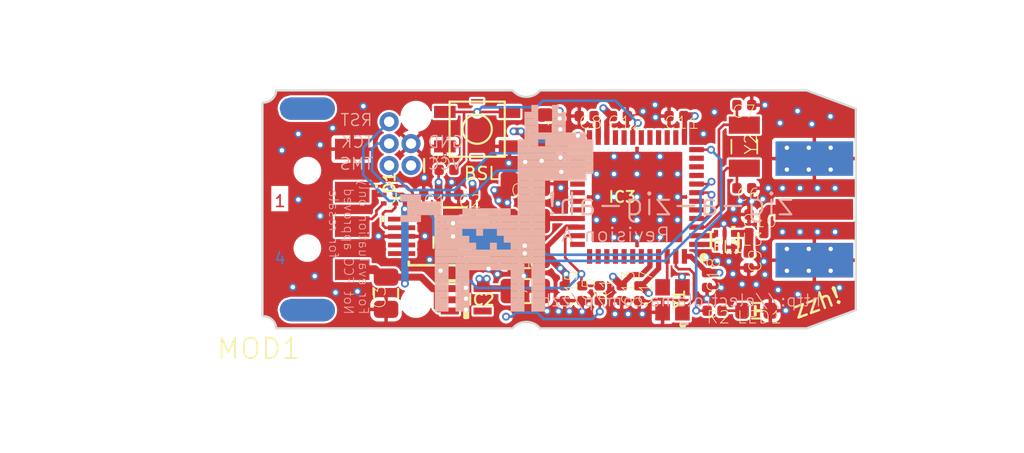
<source format=kicad_pcb>
(kicad_pcb (version 20211014) (generator pcbnew)
  (layers (0 "F.Cu" signal) (1 "In1.Cu" signal) (2 "In2.Cu" signal) (31 "B.Cu" signal) (34 "B.Paste" user) (35 "F.Paste" user) (36 "B.SilkS" user "B.Silkscreen") (37 "F.SilkS" user "F.Silkscreen") (38 "B.Mask" user) (39 "F.Mask" user) (44 "Edge.Cuts" user))
  (net 0 "")
  (net 1 "VUSB")
  (net 2 "RF_P")
  (net 3 "RF_N")
  (net 4 "X48M_P")
  (net 5 "X48M_N")
  (net 6 "X32K_Q2")
  (net 7 "X32K_Q1")
  (net 8 "RESET")
  (net 9 "DCDC_SW")
  (net 10 "VDDR")
  (net 11 "UNBAL")
  (net 12 "VDDS")
  (net 13 "GND")
  (net 14 "DCOUPL")
  (net 15 "VCC")
  (net 16 "TCK")
  (net 17 "TMS")
  (net 18 "PC_RX")
  (net 19 "PC_TX")
  (net 20 "BSL")
  (net 21 "LED")
  (net 22 "N$16")
  (net 23 "ANT")
  (net 24 "USB_D+")
  (net 25 "USB_D-")
  (net 26 "UD-")
  (net 27 "UD+")
  (footprint "boardEagle:_PKG_C_0402" (layer "F.Cu") (at 157.5139 110.887599)
    (fp_text reference "R2")
    (fp_text value "100")
  )
  (footprint "boardEagle:SOT65P212X110-5N" (layer "F.Cu") (at 143.1121 110.252599)
    (fp_text reference "IC2")
    (fp_text value "ME6211C33R5G")
  )
  (footprint "boardEagle:_PKG_SOT886_JEDEC-MO-252" (layer "F.Cu") (at 138.6671 104.156599 -90)
    (fp_text reference "D1")
    (fp_text value "PRTR5V0U2F,115")
  )
  (footprint "boardEagle:ZZH_MODULE" (layer "F.Cu") (at 131.3011 111.903599)
    (fp_text reference "MOD1")
    (fp_text value "")
    (fp_line (start 16.1 -13.8) (end 31.55 -13.8) (layer "Edge.Cuts") (width 0.127))
    (fp_line (start 34.4 -1.057) (end 34.4 -12.743) (layer "Edge.Cuts") (width 0.127))
    (fp_line (start 0 -13.1) (end 0 -0.7) (layer "Edge.Cuts") (width 0.127))
    (fp_line (start 16.1 0) (end 31.55 0) (layer "Edge.Cuts") (width 0.127))
    (fp_line (start 31.55 0) (end 34.4 -1.057) (layer "Edge.Cuts") (width 0.127))
    (fp_line (start 0.8 -13.8) (end 14.5 -13.8) (layer "Edge.Cuts") (width 0.127))
    (fp_line (start 31.55 -13.8) (end 34.4 -12.743) (layer "Edge.Cuts") (width 0.127))
    (fp_line (start 0.8 0) (end 14.5 0) (layer "Edge.Cuts") (width 0.127))
    (fp_arc (start 16.1 -13.8) (mid 15.300001 -13.426954) (end 14.500001 -13.799999) (layer "Edge.Cuts") (width 0.127))
    (fp_arc (start 0 -0.7) (mid 0.544974 -0.515685) (end 0.799999 0.000001) (layer "Edge.Cuts") (width 0.127))
    (fp_arc (start 0.8 -13.8) (mid 0.544974 -13.284314) (end -0.000001 -13.099999) (layer "Edge.Cuts") (width 0.127))
    (fp_arc (start 14.5 0) (mid 15.299999 -0.373046) (end 16.099999 -0.000001) (layer "Edge.Cuts") (width 0.127))
  )
  (footprint "boardEagle:_PKG_C_0805" (layer "F.Cu") (at 146.5411 109.744599)
    (fp_text reference "C4")
    (fp_text value "22u")
  )
  (footprint "boardEagle:DEBUG_CORTEX_5PIN" (layer "F.Cu") (at 139.2767 101.184799 90)
    (fp_text reference "CON3" hide)
    (fp_text value "DNP" hide)
  )
  (footprint "boardEagle:_PKG_C_0402" (layer "F.Cu") (at 150.8591 109.871599 -90)
    (fp_text reference "R1")
    (fp_text value "100K")
  )
  (footprint "boardEagle:_PKG_C_0402" (layer "F.Cu") (at 159.4951 107.966599 90)
    (fp_text reference "C9")
    (fp_text value "DNP")
  )
  (footprint "boardEagle:_PKG_C_0805" (layer "F.Cu") (at 146.5411 105.680599 180)
    (fp_text reference "L2")
    (fp_text value "MLZ2012N6R8LT000")
  )
  (footprint "boardEagle:_PKG_C_0402" (layer "F.Cu") (at 143.1121 104.156599)
    (fp_text reference "C2")
    (fp_text value "100n")
  )
  (footprint "boardEagle:_PKG_C_0402" (layer "F.Cu") (at 159.2411 98.949599 180)
    (fp_text reference "C7")
    (fp_text value "12p")
  )
  (footprint "boardEagle:LFB182G45BG5D920" (layer "F.Cu") (at 158.0981 106.798199)
    (fp_text reference "FL1")
    (fp_text value "BALUN_LFB182G45BG5D920")
  )
  (footprint "boardEagle:_PKG_C_0805" (layer "F.Cu") (at 138.4639 109.871599 -90)
    (fp_text reference "C3")
    (fp_text value "22u")
  )
  (footprint "boardEagle:_PKG_C_0402" (layer "F.Cu") (at 141.9691 102.708799)
    (fp_text reference "R3")
    (fp_text value "100K")
  )
  (footprint "boardEagle:_PKG_C_0805" (layer "F.Cu") (at 146.5411 103.521599)
    (fp_text reference "C16")
    (fp_text value "22u")
  )
  (footprint "boardEagle:_PKG_C_0402" (layer "F.Cu") (at 155.3041 99.584599 180)
    (fp_text reference "C11")
    (fp_text value "100n")
  )
  (footprint "boardEagle:QFN50P700X700X100-49N" (layer "F.Cu") (at 153.0181 104.283599 180)
    (fp_text reference "IC3")
    (fp_text value "CC2652R1FRGZ")
  )
  (footprint "boardEagle:_PKG_C_0402" (layer "F.Cu") (at 141.0801 104.156599)
    (fp_text reference "C1")
    (fp_text value "100n")
  )
  (footprint "boardEagle:_PKG_L_0603" (layer "F.Cu") (at 147.6841 100.346599 90)
    (fp_text reference "L1")
    (fp_text value "BLM18HE152SN1")
  )
  (footprint "boardEagle:K2-1177SW-D4DW-06" (layer "F.Cu") (at 143.7471 100.346599 180)
    (fp_text reference "SW1" hide)
    (fp_text value "K2-1177SW-D4DW-06" hide)
  )
  (footprint "boardEagle:XTAL-2P-3215" (layer "F.Cu") (at 159.2411 101.362599 90)
    (fp_text reference "Y2")
    (fp_text value "32.768KHz")
  )
  (footprint "boardEagle:_PKG_LED_0603" (layer "F.Cu") (at 159.9269 110.887599 180)
    (fp_text reference "LED1")
    (fp_text value "")
  )
  (footprint "boardEagle:_PKG_C_0402" (layer "F.Cu") (at 149.8431 109.871599 90)
    (fp_text reference "C5")
    (fp_text value "100n")
  )
  (footprint "boardEagle:_PKG_C_0402" (layer "F.Cu") (at 159.2411 103.775599 180)
    (fp_text reference "C6")
    (fp_text value "12p")
  )
  (footprint "boardEagle:_PKG_C_0402" (layer "F.Cu") (at 153.1451 109.871599 -90)
    (fp_text reference "C17")
    (fp_text value "100n")
  )
  (footprint "boardEagle:_PKG_C_0402" (layer "F.Cu") (at 150.0971 99.584599)
    (fp_text reference "C8")
    (fp_text value "1u")
  )
  (footprint "boardEagle:_PKG_L_0402" (layer "F.Cu") (at 159.9396 106.379099)
    (fp_text reference "L3")
    (fp_text value "0")
  )
  (footprint "boardEagle:_PKG_C_0805" (layer "F.Cu") (at 146.5411 107.712599 180)
    (fp_text reference "C14")
    (fp_text value "22u")
  )
  (footprint "boardEagle:_PKG_C_0402" (layer "F.Cu") (at 159.9396 105.299599)
    (fp_text reference "C10")
    (fp_text value "DNP")
  )
  (footprint "boardEagle:_PKG_C_0402" (layer "F.Cu") (at 148.8271 109.871599 -90)
    (fp_text reference "C15")
    (fp_text value "100n")
  )
  (footprint "boardEagle:_PKG_MSOP10_TI-DGS10" (layer "F.Cu") (at 141.4611 106.569599)
    (fp_text reference "IC1")
    (fp_text value "CH340E" hide)
  )
  (footprint "boardEagle:_PKG_C_0402" (layer "F.Cu") (at 152.0275 99.584599)
    (fp_text reference "C12")
    (fp_text value "100n")
  )
  (footprint "boardEagle:_PKG_C_0402" (layer "F.Cu") (at 157.0821 109.109599 -90)
    (fp_text reference "C18")
    (fp_text value "100n")
  )
  (footprint "boardEagle:XTAL-4P-2016" (layer "F.Cu") (at 155.0755 110.252599 90)
    (fp_text reference "Y1")
    (fp_text value "Q22FA12800150")
  )
  (footprint "boardEagle:_PKG_C_0402" (layer "F.Cu") (at 152.1291 109.871599 -90)
    (fp_text reference "C13")
    (fp_text value "100n")
  )
  (footprint "boardEagle:ELECTROLAMA" (layer "B.Cu") (at 144.471 106.379099 180)
    (fp_text reference "U$5" hide)
    (fp_text value "LOGO-ELECTROLAMA" hide)
  )
  (gr_line (start 155.9391 111.649599) (end 155.6216 111.649599) (layer "B.SilkS") (width 0.1524))
  (gr_line (start 137.9051 103.585099) (end 137.9051 103.712099) (layer "F.SilkS") (width 0.1524))
  (gr_line (start 138.2861 105.426599) (end 138.2861 105.680599) (layer "F.SilkS") (width 0.1524))
  (gr_text "1" (at 131.9361 104.918599) (layer "F.Cu") (effects (font (size 0.67056 0.67056) (thickness 0.09144)) (justify left bottom)))
  (gr_text "4" (at 131.9361 108.252349) (layer "B.Cu") (effects (font (size 0.67056 0.67056) (thickness 0.09144)) (justify left bottom)))
  (gr_text "VCC" (at 140.8261 102.759599) (layer "B.SilkS") (effects (font (size 0.6858 0.6858) (thickness 0.0762)) (justify right bottom mirror)))
  (gr_text "For evaluation only\nNot FCC approved\n        for resale" (at 135.1111 111.141599 -90) (layer "B.SilkS") (effects (font (size 0.537464 0.537464) (thickness 0.046736)) (justify left bottom mirror)))
  (gr_text "TMS" (at 137.7781 102.759599) (layer "B.SilkS") (effects (font (size 0.6858 0.6858) (thickness 0.0762)) (justify left bottom mirror)))
  (gr_text "http://electrolama.com/p/zzh" (at 163.7496 110.697099) (layer "B.SilkS") (effects (font (size 0.69342 0.69342) (thickness 0.06858)) (justify left bottom mirror)))
  (gr_text "RST" (at 137.7273 100.219599) (layer "B.SilkS") (effects (font (size 0.6858 0.6858) (thickness 0.0762)) (justify left bottom mirror)))
  (gr_text "Revision A" (at 154.9866 106.950599) (layer "B.SilkS") (effects (font (size 0.80899 0.80899) (thickness 0.08001)) (justify left bottom mirror)))
  (gr_text "zig-a-zig-ah!" (at 162.2256 105.451999) (layer "B.SilkS") (effects (font (size 1.27127 1.27127) (thickness 0.12573)) (justify left bottom mirror)))
  (gr_text "GND" (at 140.8261 101.489599) (layer "B.SilkS") (effects (font (size 0.6858 0.6858) (thickness 0.0762)) (justify right bottom mirror)))
  (gr_text "TCK" (at 137.7781 101.489599) (layer "B.SilkS") (effects (font (size 0.6858 0.6858) (thickness 0.0762)) (justify left bottom mirror)))
  (gr_text "BSL" (at 142.9089 103.343799) (layer "F.SilkS") (effects (font (size 0.729234 0.729234) (thickness 0.108966)) (justify left bottom)))
  (gr_text "zzh!" (at 162.2129 111.471799 20) (layer "F.SilkS") (effects (font (size 0.950214 0.950214) (thickness 0.141986)) (justify left bottom)))
  (segment (start 139.5561 108.936599) (end 138.4639 108.936599) (width 0.4064) (layer "F.Cu") (net 1))
  (segment (start 141.4761 110.902599) (end 141.3087 110.735199) (width 0.1524) (layer "F.Cu") (net 1))
  (segment (start 141.3087 110.735199) (end 141.3087 109.602599) (width 0.1524) (layer "F.Cu") (net 1))
  (segment (start 142.1621 110.902599) (end 141.4761 110.902599) (width 0.1524) (layer "F.Cu") (net 1))
  (segment (start 142.1621 109.602599) (end 141.3087 109.602599) (width 0.4064) (layer "F.Cu") (net 1))
  (segment (start 139.5561 109.312799) (end 139.5561 108.936599) (width 0.4318) (layer "F.Cu") (net 1))
  (segment (start 139.5561 104.283599) (end 139.5561 104.982099) (width 0.254) (layer "F.Cu") (net 1))
  (segment (start 136.5011 108.503599) (end 137.8071 108.503599) (width 0.508) (layer "F.Cu") (net 1))
  (segment (start 140.5007 108.936599) (end 139.5561 108.936599) (width 0.4064) (layer "F.Cu") (net 1))
  (segment (start 141.1667 109.602599) (end 140.5007 108.936599) (width 0.4064) (layer "F.Cu") (net 1))
  (segment (start 137.8071 108.503599) (end 138.2401 108.936599) (width 0.508) (layer "F.Cu") (net 1))
  (segment (start 141.3087 109.602599) (end 141.1667 109.602599) (width 0.4064) (layer "F.Cu") (net 1))
  (segment (start 139.0041 104.156599) (end 139.4291 104.156599) (width 0.254) (layer "F.Cu") (net 1))
  (segment (start 138.2401 108.936599) (end 138.4639 108.936599) (width 0.508) (layer "F.Cu") (net 1))
  (segment (start 139.4291 104.156599) (end 139.5561 104.283599) (width 0.254) (layer "F.Cu") (net 1))
  (via (at 139.5561 104.982099) (size 0.4572) (drill 0.254) (layers "F.Cu" "B.Cu") (net 1))
  (via (at 139.5561 109.312799) (size 0.4572) (drill 0.254) (layers "F.Cu" "B.Cu") (net 1))
  (segment (start 139.5561 104.982099) (end 139.5561 109.312799) (width 0.4318) (layer "B.Cu") (net 1))
  (segment (start 157.4335 107.033599) (end 157.5981 107.198199) (width 0.254) (layer "F.Cu") (net 2))
  (segment (start 156.4681 107.033599) (end 157.4335 107.033599) (width 0.3048) (layer "F.Cu") (net 2))
  (segment (start 157.4627 106.533599) (end 157.5981 106.398199) (width 0.254) (layer "F.Cu") (net 3))
  (segment (start 156.4681 106.533599) (end 157.4627 106.533599) (width 0.3048) (layer "F.Cu") (net 3))
  (segment (start 155.6505 110.977599) (end 155.6505 110.922199) (width 0.1524) (layer "F.Cu") (net 4))
  (segment (start 155.2681 108.311599) (end 155.4311 108.474599) (width 0.1524) (layer "F.Cu") (net 4))
  (segment (start 156.3201 108.728599) (end 156.3201 110.252599) (width 0.1524) (layer "F.Cu") (net 4))
  (segment (start 155.4311 108.474599) (end 156.0661 108.474599) (width 0.1524) (layer "F.Cu") (net 4))
  (segment (start 155.2681 107.733599) (end 155.2681 108.311599) (width 0.1524) (layer "F.Cu") (net 4))
  (segment (start 156.3201 110.252599) (end 155.6505 110.922199) (width 0.1524) (layer "F.Cu") (net 4))
  (segment (start 156.0661 108.474599) (end 156.3201 108.728599) (width 0.1524) (layer "F.Cu") (net 4))
  (segment (start 154.7681 109.259999) (end 154.5005 109.527599) (width 0.1524) (layer "F.Cu") (net 5))
  (segment (start 154.7681 107.733599) (end 154.7681 109.259999) (width 0.1524) (layer "F.Cu") (net 5))
  (segment (start 158.8111 100.043599) (end 158.8601 100.092599) (width 0.1524) (layer "F.Cu") (net 6))
  (segment (start 159.2211 100.092599) (end 159.2411 100.112599) (width 0.1524) (layer "F.Cu") (net 6))
  (segment (start 157.7679 104.740799) (end 157.7679 100.371999) (width 0.1524) (layer "F.Cu") (net 6))
  (segment (start 156.4681 105.533599) (end 156.9751 105.533599) (width 0.1524) (layer "F.Cu") (net 6))
  (segment (start 158.8111 98.949599) (end 158.8111 100.043599) (width 0.1524) (layer "F.Cu") (net 6))
  (segment (start 157.7679 100.371999) (end 158.0473 100.092599) (width 0.1524) (layer "F.Cu") (net 6))
  (segment (start 156.9751 105.533599) (end 157.7679 104.740799) (width 0.1524) (layer "F.Cu") (net 6))
  (segment (start 158.8601 100.092599) (end 159.2211 100.092599) (width 0.1524) (layer "F.Cu") (net 6))
  (segment (start 158.0473 100.092599) (end 158.8601 100.092599) (width 0.1524) (layer "F.Cu") (net 6))
  (segment (start 156.4681 106.033599) (end 156.9831 106.033599) (width 0.1524) (layer "F.Cu") (net 7))
  (segment (start 158.8111 103.775599) (end 158.8111 102.661599) (width 0.1524) (layer "F.Cu") (net 7))
  (segment (start 159.2411 102.612599) (end 158.8601 102.612599) (width 0.1524) (layer "F.Cu") (net 7))
  (segment (start 158.0473 104.969399) (end 156.9831 106.033599) (width 0.1524) (layer "F.Cu") (net 7))
  (segment (start 158.0473 102.810399) (end 158.0473 104.969399) (width 0.1524) (layer "F.Cu") (net 7))
  (segment (start 158.8601 102.612599) (end 158.2451 102.612599) (width 0.1524) (layer "F.Cu") (net 7))
  (segment (start 158.2451 102.612599) (end 158.0473 102.810399) (width 0.1524) (layer "F.Cu") (net 7))
  (segment (start 158.8111 102.661599) (end 158.8601 102.612599) (width 0.1524) (layer "F.Cu") (net 7))
  (segment (start 148.9901 106.533599) (end 148.8525 106.671199) (width 0.1524) (layer "F.Cu") (net 8))
  (segment (start 150.8591 109.441599) (end 149.8431 109.441599) (width 0.1524) (layer "F.Cu") (net 8))
  (segment (start 149.8431 109.441599) (end 149.7923 109.390799) (width 0.1524) (layer "F.Cu") (net 8))
  (segment (start 149.7923 108.753999) (end 148.8525 107.814199) (width 0.1524) (layer "F.Cu") (net 8))
  (segment (start 149.7923 108.753999) (end 149.7923 109.390799) (width 0.1524) (layer "F.Cu") (net 8))
  (segment (start 149.5681 106.533599) (end 148.9901 106.533599) (width 0.1524) (layer "F.Cu") (net 8))
  (segment (start 148.8525 106.671199) (end 148.8525 107.814199) (width 0.1524) (layer "F.Cu") (net 8))
  (via (at 149.7923 108.753999) (size 0.4572) (drill 0.254) (layers "F.Cu" "B.Cu") (net 8))
  (segment (start 140.2165 104.512199) (end 141.2071 105.502799) (width 0.1524) (layer "B.Cu") (net 8))
  (segment (start 138.6417 99.914799) (end 137.1431 101.413399) (width 0.1524) (layer "B.Cu") (net 8))
  (segment (start 137.1431 101.413399) (end 137.1431 103.013599) (width 0.1524) (layer "B.Cu") (net 8))
  (segment (start 148.9795 109.566799) (end 143.7471 109.566799) (width 0.1524) (layer "B.Cu") (net 8))
  (segment (start 141.2071 105.502799) (end 141.2071 107.026799) (width 0.1524) (layer "B.Cu") (net 8))
  (segment (start 149.7923 108.753999) (end 148.9795 109.566799) (width 0.1524) (layer "B.Cu") (net 8))
  (segment (start 137.1431 103.013599) (end 138.6417 104.512199) (width 0.1524) (layer "B.Cu") (net 8))
  (segment (start 141.2071 107.026799) (end 143.7471 109.566799) (width 0.1524) (layer "B.Cu") (net 8))
  (segment (start 138.6417 104.512199) (end 140.2165 104.512199) (width 0.1524) (layer "B.Cu") (net 8))
  (segment (start 147.6231 105.533599) (end 147.4761 105.680599) (width 0.3048) (layer "F.Cu") (net 9))
  (segment (start 149.5681 105.533599) (end 147.6231 105.533599) (width 0.3048) (layer "F.Cu") (net 9))
  (segment (start 145.6013 103.526399) (end 145.6521 103.475599) (width 0.1524) (layer "F.Cu") (net 10))
  (segment (start 157.7915 108.679599) (end 157.7933 108.677799) (width 0.3048) (layer "F.Cu") (net 10))
  (segment (start 145.6013 103.877199) (end 145.6013 103.526399) (width 0.1524) (layer "F.Cu") (net 10))
  (segment (start 144.9917 104.486799) (end 144.7377 103.883549) (width 0.4064) (layer "F.Cu") (net 10))
  (segment (start 145.6188 103.534299) (end 145.6061 103.521599) (width 0.3048) (layer "F.Cu") (net 10))
  (segment (start 153.27575 109.441599) (end 153.704825 109.870674) (width 0.4318) (layer "F.Cu") (net 10))
  (segment (start 153.2703 109.441599) (end 154.2681 108.443799) (width 0.3048) (layer "F.Cu") (net 10))
  (segment (start 145.4513 105.322599) (end 145.4513 104.966999) (width 0.4064) (layer "F.Cu") (net 10))
  (segment (start 145.4997 103.978799) (end 145.6013 103.877199) (width 0.4826) (layer "F.Cu") (net 10))
  (segment (start 144.9917 104.486799) (end 144.9814 104.497099) (width 0.4064) (layer "F.Cu") (net 10))
  (segment (start 145.4997 104.613799) (end 145.4997 103.978799) (width 0.4064) (layer "F.Cu") (net 10))
  (segment (start 145.6188 103.534299) (end 145.26955 103.883549) (width 0.4318) (layer "F.Cu") (net 10))
  (segment (start 155.7681 107.733599) (end 156.1361 107.733599) (width 0.3048) (layer "F.Cu") (net 10))
  (segment (start 156.1361 107.733599) (end 157.0821 108.679599) (width 0.3048) (layer "F.Cu") (net 10))
  (segment (start 144.9917 104.486799) (end 145.4997 103.978799) (width 0.4826) (layer "F.Cu") (net 10))
  (segment (start 145.6061 105.477399) (end 145.4513 105.322599) (width 0.3048) (layer "F.Cu") (net 10))
  (segment (start 157.0821 108.679599) (end 157.7915 108.679599) (width 0.4318) (layer "F.Cu") (net 10))
  (segment (start 153.1451 109.441599) (end 153.27575 109.441599) (width 0.3048) (layer "F.Cu") (net 10))
  (segment (start 145.4513 104.966999) (end 144.9814 104.497099) (width 0.4318) (layer "F.Cu") (net 10))
  (segment (start 154.2681 107.733599) (end 154.2681 108.443799) (width 0.3048) (layer "F.Cu") (net 10))
  (segment (start 145.6061 103.521599) (end 145.3013 103.826399) (width 0.3048) (layer "F.Cu") (net 10))
  (segment (start 145.26955 103.883549) (end 144.7377 103.883549) (width 0.4318) (layer "F.Cu") (net 10))
  (segment (start 153.1451 109.441599) (end 153.2703 109.441599) (width 0.3048) (layer "F.Cu") (net 10))
  (segment (start 145.6521 103.475599) (end 145.6061 103.521599) (width 0.3048) (layer "F.Cu") (net 10))
  (segment (start 145.4997 105.299599) (end 145.464 105.335299) (width 0.4064) (layer "F.Cu") (net 10))
  (segment (start 145.464 105.335299) (end 145.4513 105.322599) (width 0.4064) (layer "F.Cu") (net 10))
  (segment (start 145.6061 105.680599) (end 145.6061 105.477399) (width 0.3048) (layer "F.Cu") (net 10))
  (segment (start 145.4997 104.613799) (end 145.4997 105.299599) (width 0.4064) (layer "F.Cu") (net 10))
  (via (at 153.704825 109.870674) (size 0.4572) (drill 0.254) (layers "F.Cu" "B.Cu") (net 10))
  (via (at 145.4997 104.613799) (size 0.4572) (drill 0.254) (layers "F.Cu" "B.Cu") (net 10))
  (via (at 144.7377 103.883549) (size 0.4572) (drill 0.254) (layers "F.Cu" "B.Cu") (net 10))
  (via (at 157.7933 108.677799) (size 0.4572) (drill 0.254) (layers "F.Cu" "B.Cu") (net 10))
  (via (at 144.9917 104.486799) (size 0.4572) (drill 0.254) (layers "F.Cu" "B.Cu") (net 10))
  (segment (start 159.4951 106.393599) (end 159.4951 107.536599) (width 0.5334) (layer "F.Cu") (net 11))
  (segment (start 159.5096 106.379099) (end 159.4951 106.393599) (width 0.1524) (layer "F.Cu") (net 11))
  (segment (start 158.5981 106.398199) (end 158.6027 106.393599) (width 0.1524) (layer "F.Cu") (net 11))
  (segment (start 158.7043 106.393599) (end 159.4951 106.393599) (width 0.4064) (layer "F.Cu") (net 11))
  (segment (start 158.6027 106.393599) (end 158.7043 106.393599) (width 0.1524) (layer "F.Cu") (net 11))
  (segment (start 152.1291 109.441599) (end 151.6211 108.933599) (width 0.4318) (layer "F.Cu") (net 12))
  (segment (start 147.831 99.673499) (end 147.6841 99.526599) (width 0.1524) (layer "F.Cu") (net 12))
  (segment (start 151.2681 100.833599) (end 151.2681 99.913999) (width 0.3048) (layer "F.Cu") (net 12))
  (segment (start 148.5683 108.423799) (end 147.8571 107.712599) (width 0.4318) (layer "F.Cu") (net 12))
  (segment (start 155.7681 99.618599) (end 155.7341 99.584599) (width 0.3048) (layer "F.Cu") (net 12))
  (segment (start 147.4761 107.488799) (end 147.4761 107.712599) (width 0.254) (layer "F.Cu") (net 12))
  (segment (start 148.535 99.724299) (end 148.4842 99.673499) (width 0.3302) (layer "F.Cu") (net 12))
  (segment (start 148.535 99.292499) (end 148.4842 99.343299) (width 0.3302) (layer "F.Cu") (net 12))
  (segment (start 147.8674 99.343299) (end 147.6841 99.526599) (width 0.3048) (layer "F.Cu") (net 12))
  (segment (start 152.710012 108.790599) (end 152.1291 109.371512) (width 0.3048) (layer "F.Cu") (net 12))
  (segment (start 147.4761 107.712599) (end 147.8571 107.712599) (width 0.3048) (layer "F.Cu") (net 12))
  (segment (start 153.7681 108.308799) (end 153.2863 108.790599) (width 0.3048) (layer "F.Cu") (net 12))
  (segment (start 148.9033 108.753999) (end 148.9033 109.365399) (width 0.4318) (layer "F.Cu") (net 12))
  (segment (start 151.2681 99.913999) (end 151.5975 99.584599) (width 0.3048) (layer "F.Cu") (net 12))
  (segment (start 151.6211 108.933599) (end 151.6211 108.906399) (width 0.3048) (layer "F.Cu") (net 12))
  (segment (start 148.4842 99.673499) (end 147.831 99.673499) (width 0.3302) (layer "F.Cu") (net 12))
  (segment (start 148.9033 108.753999) (end 148.5731 108.423799) (width 0.4318) (layer "F.Cu") (net 12))
  (segment (start 148.9313 106.033599) (end 147.4761 107.488799) (width 0.3048) (layer "F.Cu") (net 12))
  (segment (start 151.5195 99.584599) (end 151.0623 99.127399) (width 0.4318) (layer "F.Cu") (net 12))
  (segment (start 155.7341 99.584599) (end 156.3709 99.584599) (width 0.4318) (layer "F.Cu") (net 12))
  (segment (start 152.1291 109.441599) (end 152.1291 109.371512) (width 0.3048) (layer "F.Cu") (net 12))
  (segment (start 153.2863 108.790599) (end 152.710012 108.790599) (width 0.3048) (layer "F.Cu") (net 12))
  (segment (start 153.7681 107.733599) (end 153.7681 108.308799) (width 0.3048) (layer "F.Cu") (net 12))
  (segment (start 148.9033 109.365399) (end 148.8271 109.441599) (width 0.3048) (layer "F.Cu") (net 12))
  (segment (start 155.7681 100.833599) (end 155.7681 99.618599) (width 0.3048) (layer "F.Cu") (net 12))
  (segment (start 151.5975 99.584599) (end 151.5195 99.584599) (width 0.3048) (layer "F.Cu") (net 12))
  (segment (start 148.5683 108.423799) (end 148.5731 108.423799) (width 0.254) (layer "F.Cu") (net 12))
  (segment (start 148.4842 99.343299) (end 147.8674 99.343299) (width 0.3302) (layer "F.Cu") (net 12))
  (segment (start 149.5681 106.033599) (end 148.9313 106.033599) (width 0.3048) (layer "F.Cu") (net 12))
  (via (at 148.9033 108.753999) (size 0.4572) (drill 0.254) (layers "F.Cu" "B.Cu") (net 12))
  (via (at 151.0623 99.127399) (size 0.4572) (drill 0.254) (layers "F.Cu" "B.Cu") (net 12))
  (via (at 148.5731 108.423799) (size 0.4572) (drill 0.254) (layers "F.Cu" "B.Cu") (net 12))
  (via (at 156.3709 99.584599) (size 0.4572) (drill 0.254) (layers "F.Cu" "B.Cu") (net 12))
  (via (at 148.535 99.724299) (size 0.4572) (drill 0.254) (layers "F.Cu" "B.Cu") (net 12))
  (via (at 151.6211 108.906399) (size 0.4572) (drill 0.254) (layers "F.Cu" "B.Cu") (net 12))
  (via (at 148.535 99.292499) (size 0.4572) (drill 0.254) (layers "F.Cu" "B.Cu") (net 12))
  (segment (start 138.3301 104.156599) (end 137.7781 104.156599) (width 0.254) (layer "F.Cu") (net 13))
  (segment (start 133.9011 99.154599) (end 133.9011 99.153599) (width 0.1524) (layer "F.Cu") (net 13))
  (via (at 156.8697 100.624899) (size 0.4572) (drill 0.254) (layers "F.Cu" "B.Cu") (net 13))
  (via (at 161.7084 101.424999) (size 0.4572) (drill 0.254) (layers "F.Cu" "B.Cu") (net 13))
  (via (at 146.5065 107.114599) (size 0.4572) (drill 0.254) (layers "F.Cu" "B.Cu") (net 13))
  (via (at 143.1029 110.822999) (size 0.4572) (drill 0.254) (layers "F.Cu" "B.Cu") (net 13))
  (via (at 145.5794 102.313999) (size 0.4572) (drill 0.254) (layers "F.Cu" "B.Cu") (net 13))
  (via (at 164.2484 107.298749) (size 0.4572) (drill 0.254) (layers "F.Cu" "B.Cu") (net 13))
  (via (at 147.4844 102.186999) (size 0.4572) (drill 0.254) (layers "F.Cu" "B.Cu") (net 13))
  (via (at 146.5065 107.559099) (size 0.4572) (drill 0.254) (layers "F.Cu" "B.Cu") (net 13))
  (via (at 154.0884 99.659699) (size 0.4572) (drill 0.254) (layers "F.Cu" "B.Cu") (net 13))
  (via (at 161.6449 110.873799) (size 0.4572) (drill 0.254) (layers "F.Cu" "B.Cu") (net 13))
  (via (at 151.6846 105.617099) (size 0.4572) (drill 0.254) (layers "F.Cu" "B.Cu") (net 13))
  (via (at 150.6686 102.950099) (size 0.4572) (drill 0.254) (layers "F.Cu" "B.Cu") (net 13))
  (via (at 150.7321 104.283599) (size 0.4572) (drill 0.254) (layers "F.Cu" "B.Cu") (net 13))
  (via (at 164.5024 106.314499) (size 0.4572) (drill 0.254) (layers "F.Cu" "B.Cu") (net 13))
  (via (at 158.6604 105.603299) (size 0.4572) (drill 0.254) (layers "F.Cu" "B.Cu") (net 13))
  (via (at 134.6447 105.387399) (size 0.4572) (drill 0.254) (layers "F.Cu" "B.Cu") (net 13))
  (via (at 154.3516 106.633099) (size 0.4572) (drill 0.254) (layers "F.Cu" "B.Cu") (net 13))
  (via (at 163.4864 109.552999) (size 0.4572) (drill 0.254) (layers "F.Cu" "B.Cu") (net 13))
  (via (at 151.7389 111.076999) (size 0.4572) (drill 0.254) (layers "F.Cu" "B.Cu") (net 13))
  (via (at 157.0475 107.787699) (size 0.4572) (drill 0.254) (layers "F.Cu" "B.Cu") (net 13))
  (via (at 153.3264 111.076999) (size 0.4572) (drill 0.254) (layers "F.Cu" "B.Cu") (net 13))
  (via (at 162.9784 101.424999) (size 0.4572) (drill 0.254) (layers "F.Cu" "B.Cu") (net 13))
  (via (at 159.1176 109.349799) (size 0.4572) (drill 0.254) (layers "F.Cu" "B.Cu") (net 13))
  (via (at 151.6846 102.950099) (size 0.4572) (drill 0.254) (layers "F.Cu" "B.Cu") (net 13))
  (via (at 138.0229 106.555799) (size 0.4572) (drill 0.254) (layers "F.Cu" "B.Cu") (net 13))
  (via (at 161.7084 102.694999) (size 0.4572) (drill 0.254) (layers "F.Cu" "B.Cu") (net 13))
  (via (at 140.9947 107.927399) (size 0.4572) (drill 0.254) (layers "F.Cu" "B.Cu") (net 13))
  (via (at 135.3686 100.281999) (size 0.4572) (drill 0.254) (layers "F.Cu" "B.Cu") (net 13))
  (via (at 154.3516 102.950099) (size 0.4572) (drill 0.254) (layers "F.Cu" "B.Cu") (net 13))
  (via (at 149.8339 110.937299) (size 0.4572) (drill 0.254) (layers "F.Cu" "B.Cu") (net 13))
  (via (at 162.9784 102.694999) (size 0.4572) (drill 0.254) (layers "F.Cu" "B.Cu") (net 13))
  (via (at 148.4623 110.924599) (size 0.4572) (drill 0.254) (layers "F.Cu" "B.Cu") (net 13))
  (via (at 157.0729 110.187999) (size 0.4572) (drill 0.254) (layers "F.Cu" "B.Cu") (net 13))
  (via (at 164.2357 99.608899) (size 0.4572) (drill 0.254) (layers "F.Cu" "B.Cu") (net 13))
  (via (at 147.8019 110.911899) (size 0.4572) (drill 0.254) (layers "F.Cu" "B.Cu") (net 13))
  (via (at 148.5639 100.358199) (size 0.4572) (drill 0.254) (layers "F.Cu" "B.Cu") (net 13))
  (via (at 154.3516 105.617099) (size 0.4572) (drill 0.254) (layers "F.Cu" "B.Cu") (net 13))
  (via (at 152.5009 111.076999) (size 0.4572) (drill 0.254) (layers "F.Cu" "B.Cu") (net 13))
  (via (at 141.6297 108.562399) (size 0.4572) (drill 0.254) (layers "F.Cu" "B.Cu") (net 13))
  (via (at 163.4864 106.314499) (size 0.4572) (drill 0.254) (layers "F.Cu" "B.Cu") (net 13))
  (via (at 162.3307 99.291399) (size 0.4572) (drill 0.254) (layers "F.Cu" "B.Cu") (net 13))
  (via (at 161.7084 108.568749) (size 0.4572) (drill 0.254) (layers "F.Cu" "B.Cu") (net 13))
  (via (at 153.3645 99.316799) (size 0.4572) (drill 0.254) (layers "F.Cu" "B.Cu") (net 13))
  (via (at 135.5337 109.832399) (size 0.4572) (drill 0.254) (layers "F.Cu" "B.Cu") (net 13))
  (via (at 160.4384 98.948499) (size 0.4572) (drill 0.254) (layers "F.Cu" "B.Cu") (net 13))
  (via (at 161.7084 107.298749) (size 0.4572) (drill 0.254) (layers "F.Cu" "B.Cu") (net 13))
  (via (at 164.2484 108.568749) (size 0.4572) (drill 0.254) (layers "F.Cu" "B.Cu") (net 13))
  (via (at 164.5024 103.774499) (size 0.4572) (drill 0.254) (layers "F.Cu" "B.Cu") (net 13))
  (via (at 144.411 108.448099) (size 0.4572) (drill 0.254) (layers "F.Cu" "B.Cu") (net 13))
  (via (at 164.7564 109.552999) (size 0.4572) (drill 0.254) (layers "F.Cu" "B.Cu") (net 13))
  (via (at 148.4369 104.663499) (size 0.4572) (drill 0.254) (layers "F.Cu" "B.Cu") (net 13))
  (via (at 158.0508 105.831899) (size 0.4572) (drill 0.254) (layers "F.Cu" "B.Cu") (net 13))
  (via (at 158.5969 104.968299) (size 0.4572) (drill 0.254) (layers "F.Cu" "B.Cu") (net 13))
  (via (at 148.602 103.749099) (size 0.4572) (drill 0.254) (layers "F.Cu" "B.Cu") (net 13))
  (via (at 155.3676 102.950099) (size 0.4572) (drill 0.254) (layers "F.Cu" "B.Cu") (net 13))
  (via (at 136.8037 109.768899) (size 0.4572) (drill 0.254) (layers "F.Cu" "B.Cu") (net 13))
  (via (at 144.919 108.765599) (size 0.4572) (drill 0.254) (layers "F.Cu" "B.Cu") (net 13))
  (via (at 157.8984 109.552999) (size 0.4572) (drill 0.254) (layers "F.Cu" "B.Cu") (net 13))
  (via (at 162.9784 107.298749) (size 0.4572) (drill 0.254) (layers "F.Cu" "B.Cu") (net 13))
  (via (at 160.6289 103.774499) (size 0.4572) (drill 0.254) (layers "F.Cu" "B.Cu") (net 13))
  (via (at 142.2647 103.418899) (size 0.4572) (drill 0.254) (layers "F.Cu" "B.Cu") (net 13))
  (via (at 161.2004 109.679999) (size 0.4572) (drill 0.254) (layers "F.Cu" "B.Cu") (net 13))
  (via (at 154.3516 101.934099) (size 0.4572) (drill 0.254) (layers "F.Cu" "B.Cu") (net 13))
  (via (at 146.5319 102.250499) (size 0.4572) (drill 0.254) (layers "F.Cu" "B.Cu") (net 13))
  (via (at 140.7153 106.555799) (size 0.4572) (drill 0.254) (layers "F.Cu" "B.Cu") (net 13))
  (via (at 160.3114 104.409499) (size 0.4572) (drill 0.254) (layers "F.Cu" "B.Cu") (net 13))
  (via (at 159.9304 109.362499) (size 0.4572) (drill 0.254) (layers "F.Cu" "B.Cu") (net 13))
  (via (at 161.4544 106.314499) (size 0.4572) (drill 0.254) (layers "F.Cu" "B.Cu") (net 13))
  (via (at 132.4222 101.577399) (size 0.4572) (drill 0.254) (layers "F.Cu" "B.Cu") (net 13))
  (via (at 160.4384 108.790999) (size 0.4572) (drill 0.254) (layers "F.Cu" "B.Cu") (net 13))
  (via (at 159.6764 104.536499) (size 0.4572) (drill 0.254) (layers "F.Cu" "B.Cu") (net 13))
  (via (at 163.4864 103.774499) (size 0.4572) (drill 0.254) (layers "F.Cu" "B.Cu") (net 13))
  (via (at 133.3747 100.624899) (size 0.4572) (drill 0.254) (layers "F.Cu" "B.Cu") (net 13))
  (via (at 157.6825 107.978199) (size 0.4572) (drill 0.254) (layers "F.Cu" "B.Cu") (net 13))
  (via (at 158.3429 108.028999) (size 0.4572) (drill 0.254) (layers "F.Cu" "B.Cu") (net 13))
  (via (at 134.3272 108.879899) (size 0.4572) (drill 0.254) (layers "F.Cu" "B.Cu") (net 13))
  (via (at 155.3676 105.617099) (size 0.4572) (drill 0.254) (layers "F.Cu" "B.Cu") (net 13))
  (via (at 133.0572 109.514899) (size 0.4572) (drill 0.254) (layers "F.Cu" "B.Cu") (net 13))
  (via (at 134.6447 101.259899) (size 0.4572) (drill 0.254) (layers "F.Cu" "B.Cu") (net 13))
  (via (at 151.6846 101.934099) (size 0.4572) (drill 0.254) (layers "F.Cu" "B.Cu") (net 13))
  (via (at 153.0181 104.283599) (size 0.4572) (drill 0.254) (layers "F.Cu" "B.Cu") (net 13))
  (via (at 153.0181 102.950099) (size 0.4572) (drill 0.254) (layers "F.Cu" "B.Cu") (net 13))
  (via (at 164.2484 101.424999) (size 0.4572) (drill 0.254) (layers "F.Cu" "B.Cu") (net 13))
  (via (at 151.6846 106.633099) (size 0.4572) (drill 0.254) (layers "F.Cu" "B.Cu") (net 13))
  (via (at 133.3747 104.434899) (size 0.4572) (drill 0.254) (layers "F.Cu" "B.Cu") (net 13))
  (via (at 161.3147 99.989899) (size 0.4572) (drill 0.254) (layers "F.Cu" "B.Cu") (net 13))
  (via (at 151.6846 104.283599) (size 0.4572) (drill 0.254) (layers "F.Cu" "B.Cu") (net 13))
  (via (at 164.2484 102.694999) (size 0.4572) (drill 0.254) (layers "F.Cu" "B.Cu") (net 13))
  (via (at 149.0973 110.924599) (size 0.4572) (drill 0.254) (layers "F.Cu" "B.Cu") (net 13))
  (via (at 155.6251 108.917999) (size 0.4572) (drill 0.254) (layers "F.Cu" "B.Cu") (net 13))
  (via (at 137.1466 99.011999) (size 0.4572) (drill 0.254) (layers "F.Cu" "B.Cu") (net 13))
  (via (at 153.0181 101.934099) (size 0.4572) (drill 0.254) (layers "F.Cu" "B.Cu") (net 13))
  (via (at 148.6274 102.821999) (size 0.4572) (drill 0.254) (layers "F.Cu" "B.Cu") (net 13))
  (via (at 140.6772 103.164899) (size 0.4572) (drill 0.254) (layers "F.Cu" "B.Cu") (net 13))
  (via (at 159.0033 104.511099) (size 0.4572) (drill 0.254) (layers "F.Cu" "B.Cu") (net 13))
  (via (at 155.3676 104.283599) (size 0.4572) (drill 0.254) (layers "F.Cu" "B.Cu") (net 13))
  (via (at 143.1029 109.552999) (size 0.4572) (drill 0.254) (layers "F.Cu" "B.Cu") (net 13))
  (via (at 162.9784 108.568749) (size 0.4572) (drill 0.254) (layers "F.Cu" "B.Cu") (net 13))
  (via (at 161.4544 103.774499) (size 0.4572) (drill 0.254) (layers "F.Cu" "B.Cu") (net 13))
  (via (at 143.1029 110.187999) (size 0.4572) (drill 0.254) (layers "F.Cu" "B.Cu") (net 13))
  (via (at 162.3434 109.933999) (size 0.4572) (drill 0.254) (layers "F.Cu" "B.Cu") (net 13))
  (via (at 150.6686 105.617099) (size 0.4572) (drill 0.254) (layers "F.Cu" "B.Cu") (net 13))
  (via (at 153.0181 105.617099) (size 0.4572) (drill 0.254) (layers "F.Cu" "B.Cu") (net 13))
  (via (at 160.3749 107.266999) (size 0.4572) (drill 0.254) (layers "F.Cu" "B.Cu") (net 13))
  (via (at 154.063 98.935799) (size 0.4572) (drill 0.254) (layers "F.Cu" "B.Cu") (net 13))
  (via (at 162.4704 103.774499) (size 0.4572) (drill 0.254) (layers "F.Cu" "B.Cu") (net 13))
  (via (at 154.3516 104.283599) (size 0.4572) (drill 0.254) (layers "F.Cu" "B.Cu") (net 13))
  (via (at 158.5842 108.752899) (size 0.4572) (drill 0.254) (layers "F.Cu" "B.Cu") (net 13))
  (via (at 157.5047 99.354899) (size 0.4572) (drill 0.254) (layers "F.Cu" "B.Cu") (net 13))
  (via (at 160.3749 108.028999) (size 0.4572) (drill 0.254) (layers "F.Cu" "B.Cu") (net 13))
  (via (at 146.4557 108.867199) (size 0.4572) (drill 0.254) (layers "F.Cu" "B.Cu") (net 13))
  (via (at 153.0181 106.633099) (size 0.4572) (drill 0.254) (layers "F.Cu" "B.Cu") (net 13))
  (via (at 162.4704 106.314499) (size 0.4572) (drill 0.254) (layers "F.Cu" "B.Cu") (net 13))
  (via (at 163.1562 100.053399) (size 0.4572) (drill 0.254) (layers "F.Cu" "B.Cu") (net 13))
  (segment (start 150.7681 100.833599) (end 150.7681 99.825599) (width 0.3048) (layer "F.Cu") (net 14))
  (segment (start 150.7681 99.825599) (end 150.5271 99.584599) (width 0.3048) (layer "F.Cu") (net 14))
  (segment (start 146.2871 100.473599) (end 146.2871 100.480799) (width 0.3048) (layer "F.Cu") (net 15))
  (segment (start 143.4913 103.519799) (end 143.4913 104.105799) (width 0.4318) (layer "F.Cu") (net 15))
  (segment (start 150.8591 110.301599) (end 150.8591 110.938399) (width 0.1524) (layer "F.Cu") (net 15))
  (segment (start 143.9249 109.084199) (end 143.9249 109.510999) (width 0.381) (layer "F.Cu") (net 15))
  (segment (start 141.5101 104.156599) (end 141.5101 103.424599) (width 0.4318) (layer "F.Cu") (net 15))
  (segment (start 145.4641 109.602599) (end 145.6061 109.744599) (width 0.381) (layer "F.Cu") (net 15))
  (segment (start 141.5119 103.422799) (end 141.5119 102.735999) (width 0.1524) (layer "F.Cu") (net 15))
  (segment (start 147.6841 101.166599) (end 146.9729 101.166599) (width 0.4318) (layer "F.Cu") (net 15))
  (segment (start 144.0621 109.602599) (end 144.2805 109.602599) (width 0.381) (layer "F.Cu") (net 15))
  (segment (start 144.0619 109.602399) (end 144.0621 109.602599) (width 0.381) (layer "F.Cu") (net 15))
  (segment (start 143.5421 105.555099) (end 143.5566 105.569599) (width 0.254) (layer "F.Cu") (net 15))
  (segment (start 143.4913 103.519799) (end 143.468231 103.496731) (width 0.4318) (layer "F.Cu") (net 15))
  (segment (start 145.8553 100.473599) (end 146.2871 100.473599) (width 0.4318) (layer "F.Cu") (net 15))
  (segment (start 143.5421 104.156599) (end 143.4913 104.105799) (width 0.4318) (layer "F.Cu") (net 15))
  (segment (start 141.7071 107.069599) (end 143.5566 107.069599) (width 0.254) (layer "F.Cu") (net 15))
  (segment (start 144.0621 109.602599) (end 145.4641 109.602599) (width 0.381) (layer "F.Cu") (net 15))
  (segment (start 141.5101 103.424599) (end 141.5119 103.422799) (width 0.1524) (layer "F.Cu") (net 15))
  (segment (start 143.5421 104.156599) (end 143.5421 105.555099) (width 0.254) (layer "F.Cu") (net 15))
  (segment (start 141.5101 104.156599) (end 141.5101 106.872599) (width 0.254) (layer "F.Cu") (net 15))
  (segment (start 144.2805 109.058799) (end 144.3059 109.033399) (width 0.381) (layer "F.Cu") (net 15))
  (segment (start 145.8553 110.252599) (end 145.6061 110.003399) (width 0.381) (layer "F.Cu") (net 15))
  (segment (start 143.9249 109.510999) (end 143.8335 109.602399) (width 0.381) (layer "F.Cu") (net 15))
  (segment (start 144.0619 109.602399) (end 143.8335 109.602399) (width 0.381) (layer "F.Cu") (net 15))
  (segment (start 143.8741 109.033399) (end 143.9249 109.084199) (width 0.381) (layer "F.Cu") (net 15))
  (segment (start 144.2805 109.058799) (end 144.2805 109.602599) (width 0.381) (layer "F.Cu") (net 15))
  (segment (start 141.5101 106.872599) (end 141.7071 107.069599) (width 0.254) (layer "F.Cu") (net 15))
  (segment (start 145.6061 109.744599) (end 145.6061 110.003399) (width 0.381) (layer "F.Cu") (net 15))
  (segment (start 141.5119 102.735999) (end 141.5391 102.708799) (width 0.1524) (layer "F.Cu") (net 15))
  (segment (start 146.9729 101.166599) (end 146.2871 100.480799) (width 0.4318) (layer "F.Cu") (net 15))
  (via (at 145.4235 111.230499) (size 0.4572) (drill 0.254) (layers "F.Cu" "B.Cu") (net 15))
  (via (at 143.8741 109.033399) (size 0.4572) (drill 0.254) (layers "F.Cu" "B.Cu") (net 15))
  (via (at 150.8591 110.938399) (size 0.4572) (drill 0.254) (layers "F.Cu" "B.Cu") (net 15))
  (via (at 141.5119 103.422799) (size 0.4572) (drill 0.254) (layers "F.Cu" "B.Cu") (net 15))
  (via (at 144.3059 109.033399) (size 0.4572) (drill 0.254) (layers "F.Cu" "B.Cu") (net 15))
  (via (at 146.2871 100.473599) (size 0.4572) (drill 0.254) (layers "F.Cu" "B.Cu") (net 15))
  (via (at 143.468231 103.496731) (size 0.4572) (drill 0.254) (layers "F.Cu" "B.Cu") (net 15))
  (via (at 145.8553 100.473599) (size 0.4572) (drill 0.254) (layers "F.Cu" "B.Cu") (net 15))
  (segment (start 147.598853 111.369099) (end 147.59854 111.368837) (width 0.1524) (layer "B.Cu") (net 15))
  (segment (start 150.4284 111.369099) (end 147.598853 111.369099) (width 0.1524) (layer "B.Cu") (net 15))
  (segment (start 145.9988 110.989199) (end 145.7575 111.230499) (width 0.1524) (layer "B.Cu") (net 15))
  (segment (start 147.218903 110.989199) (end 145.9988 110.989199) (width 0.1524) (layer "B.Cu") (net 15))
  (segment (start 145.7575 111.230499) (end 145.4235 111.230499) (width 0.1524) (layer "B.Cu") (net 15))
  (segment (start 147.59854 111.368837) (end 147.218903 110.989199) (width 0.1524) (layer "B.Cu") (net 15))
  (segment (start 150.8591 110.938399) (end 150.4284 111.369099) (width 0.1524) (layer "B.Cu") (net 15))
  (segment (start 149.0371 101.533599) (end 148.5731 101.997599) (width 0.1524) (layer "F.Cu") (net 16))
  (segment (start 149.5681 101.533599) (end 149.0371 101.533599) (width 0.1524) (layer "F.Cu") (net 16))
  (via (at 148.5731 101.997599) (size 0.4572) (drill 0.254) (layers "F.Cu" "B.Cu") (net 16))
  (segment (start 137.9559 101.184799) (end 137.6511 101.489599) (width 0.1524) (layer "B.Cu") (net 16))
  (segment (start 138.6417 101.184799) (end 137.9559 101.184799) (width 0.1524) (layer "B.Cu") (net 16))
  (segment (start 137.6511 102.759599) (end 139.0735 104.181999) (width 0.1524) (layer "B.Cu") (net 16))
  (segment (start 147.8111 102.759599) (end 144.8901 102.759599) (width 0.1524) (layer "B.Cu") (net 16))
  (segment (start 147.8111 102.759599) (end 148.5731 101.997599) (width 0.1524) (layer "B.Cu") (net 16))
  (segment (start 143.4677 104.181999) (end 144.8901 102.759599) (width 0.1524) (layer "B.Cu") (net 16))
  (segment (start 139.0735 104.181999) (end 143.4677 104.181999) (width 0.1524) (layer "B.Cu") (net 16))
  (segment (start 137.6511 101.489599) (end 137.6511 102.759599) (width 0.1524) (layer "B.Cu") (net 16))
  (segment (start 149.5891 100.727599) (end 150.1621 100.727599) (width 0.1524) (layer "F.Cu") (net 17))
  (segment (start 150.1621 100.727599) (end 150.2681 100.833599) (width 0.1524) (layer "F.Cu") (net 17))
  (via (at 149.5891 100.727599) (size 0.4572) (drill 0.254) (layers "F.Cu" "B.Cu") (net 17))
  (segment (start 148.0651 101.743599) (end 149.0811 100.727599) (width 0.1524) (layer "B.Cu") (net 17))
  (segment (start 144.5726 101.743599) (end 148.0651 101.743599) (width 0.1524) (layer "B.Cu") (net 17))
  (segment (start 142.439 103.877199) (end 144.5726 101.743599) (width 0.1524) (layer "B.Cu") (net 17))
  (segment (start 138.6417 102.734199) (end 138.6417 102.454799) (width 0.1524) (layer "B.Cu") (net 17))
  (segment (start 139.7847 103.877199) (end 138.6417 102.734199) (width 0.1524) (layer "B.Cu") (net 17))
  (segment (start 149.0811 100.727599) (end 149.5891 100.727599) (width 0.1524) (layer "B.Cu") (net 17))
  (segment (start 142.439 103.877199) (end 139.7847 103.877199) (width 0.1524) (layer "B.Cu") (net 17))
  (segment (start 157.1971 103.533599) (end 157.3361 103.394599) (width 0.1524) (layer "F.Cu") (net 18))
  (segment (start 156.4681 103.533599) (end 157.1971 103.533599) (width 0.1524) (layer "F.Cu") (net 18))
  (segment (start 142.6121 106.069599) (end 142.3501 105.807599) (width 0.254) (layer "F.Cu") (net 18))
  (segment (start 143.5566 106.069599) (end 142.6121 106.069599) (width 0.254) (layer "F.Cu") (net 18))
  (via (at 157.3361 103.394599) (size 0.4572) (drill 0.254) (layers "F.Cu" "B.Cu") (net 18))
  (via (at 142.3501 105.807599) (size 0.4572) (drill 0.254) (layers "F.Cu" "B.Cu") (net 18))
  (segment (start 147.7984 107.636399) (end 145.7156 105.553599) (width 0.1524) (layer "B.Cu") (net 18))
  (segment (start 147.7984 107.636399) (end 154.3643 107.636399) (width 0.1524) (layer "B.Cu") (net 18))
  (segment (start 156.7011 105.299599) (end 154.3643 107.636399) (width 0.1524) (layer "B.Cu") (net 18))
  (segment (start 142.3501 105.807599) (end 142.6041 105.553599) (width 0.1524) (layer "B.Cu") (net 18))
  (segment (start 157.3361 103.394599) (end 156.7011 104.029599) (width 0.1524) (layer "B.Cu") (net 18))
  (segment (start 145.7156 105.553599) (end 142.6041 105.553599) (width 0.1524) (layer "B.Cu") (net 18))
  (segment (start 156.7011 104.029599) (end 156.7011 105.299599) (width 0.1524) (layer "B.Cu") (net 18))
  (segment (start 143.5566 106.569599) (end 142.3501 106.569599) (width 0.254) (layer "F.Cu") (net 19))
  (segment (start 157.2131 104.033599) (end 157.3361 104.156599) (width 0.1524) (layer "F.Cu") (net 19))
  (segment (start 156.4681 104.033599) (end 157.2131 104.033599) (width 0.1524) (layer "F.Cu") (net 19))
  (via (at 157.3361 104.156599) (size 0.4572) (drill 0.254) (layers "F.Cu" "B.Cu") (net 19))
  (via (at 142.3501 106.569599) (size 0.4572) (drill 0.254) (layers "F.Cu" "B.Cu") (net 19))
  (segment (start 143.1121 107.991999) (end 142.3501 107.229999) (width 0.1524) (layer "B.Cu") (net 19))
  (segment (start 154.6437 107.991999) (end 143.1121 107.991999) (width 0.1524) (layer "B.Cu") (net 19))
  (segment (start 142.3501 107.229999) (end 142.3501 106.569599) (width 0.1524) (layer "B.Cu") (net 19))
  (segment (start 157.3361 105.299599) (end 157.3361 104.156599) (width 0.1524) (layer "B.Cu") (net 19))
  (segment (start 154.6437 107.991999) (end 157.3361 105.299599) (width 0.1524) (layer "B.Cu") (net 19))
  (segment (start 142.9851 102.124599) (end 142.4009 102.708799) (width 0.1524) (layer "F.Cu") (net 20))
  (segment (start 142.9851 99.346599) (end 141.8721 99.346599) (width 0.1524) (layer "F.Cu") (net 20))
  (segment (start 142.9851 102.124599) (end 142.9851 99.346599) (width 0.1524) (layer "F.Cu") (net 20))
  (segment (start 145.6221 99.346599) (end 143.7471 99.346599) (width 0.1524) (layer "F.Cu") (net 20))
  (segment (start 153.0689 99.990999) (end 152.7681 100.291799) (width 0.1524) (layer "F.Cu") (net 20))
  (segment (start 152.7681 100.833599) (end 152.7681 100.291799) (width 0.1524) (layer "F.Cu") (net 20))
  (segment (start 143.7471 99.346599) (end 142.9851 99.346599) (width 0.1524) (layer "F.Cu") (net 20))
  (segment (start 142.3991 102.708799) (end 142.4009 102.708799) (width 0.1524) (layer "F.Cu") (net 20))
  (via (at 143.7471 99.346599) (size 0.4572) (drill 0.254) (layers "F.Cu" "B.Cu") (net 20))
  (via (at 153.0689 99.990999) (size 0.4572) (drill 0.254) (layers "F.Cu" "B.Cu") (net 20))
  (segment (start 151.7735 98.695599) (end 147.5571 98.695599) (width 0.1524) (layer "B.Cu") (net 20))
  (segment (start 144.0171 99.076599) (end 143.7471 99.346599) (width 0.1524) (layer "B.Cu") (net 20))
  (segment (start 151.7735 98.695599) (end 153.0689 99.990999) (width 0.1524) (layer "B.Cu") (net 20))
  (segment (start 147.5571 98.695599) (end 147.1761 99.076599) (width 0.1524) (layer "B.Cu") (net 20))
  (segment (start 147.1761 99.076599) (end 144.0171 99.076599) (width 0.1524) (layer "B.Cu") (net 20))
  (segment (start 156.4749 101.540399) (end 156.4681 101.533599) (width 0.1524) (layer "F.Cu") (net 21))
  (segment (start 157.3107 101.540399) (end 156.4749 101.540399) (width 0.1524) (layer "F.Cu") (net 21))
  (segment (start 157.0839 110.887599) (end 156.4471 110.887599) (width 0.1524) (layer "F.Cu") (net 21))
  (via (at 157.3107 101.540399) (size 0.4572) (drill 0.254) (layers "F.Cu" "B.Cu") (net 21))
  (via (at 156.4471 110.887599) (size 0.4572) (drill 0.254) (layers "F.Cu" "B.Cu") (net 21))
  (segment (start 157.8949 105.375799) (end 157.8949 102.124599) (width 0.1524) (layer "B.Cu") (net 21))
  (segment (start 157.8949 105.375799) (end 156.4471 106.823599) (width 0.1524) (layer "B.Cu") (net 21))
  (segment (start 157.8949 102.124599) (end 157.3107 101.540399) (width 0.1524) (layer "B.Cu") (net 21))
  (segment (start 156.4471 106.823599) (end 156.4471 110.887599) (width 0.1524) (layer "B.Cu") (net 21))
  (segment (start 157.9439 110.887599) (end 159.1069 110.887599) (width 0.1524) (layer "F.Cu") (net 22))
  (segment (start 160.3696 105.299599) (end 160.3696 106.379099) (width 0.5334) (layer "F.Cu") (net 23))
  (segment (start 160.3696 105.299599) (end 160.6656 105.003599) (width 0.5334) (layer "F.Cu") (net 23))
  (segment (start 160.6656 105.003599) (end 163.3011 105.003599) (width 0.5334) (layer "F.Cu") (net 23))
  (segment (start 136.8481 103.656599) (end 136.5011 104.003599) (width 0.1524) (layer "F.Cu") (net 24))
  (segment (start 138.3301 103.656599) (end 136.8481 103.656599) (width 0.1524) (layer "F.Cu") (net 24))
  (segment (start 136.5011 106.003599) (end 136.9511 105.553599) (width 0.1524) (layer "F.Cu") (net 25))
  (segment (start 137.9051 105.081599) (end 138.3301 104.656599) (width 0.1524) (layer "F.Cu") (net 25))
  (segment (start 137.6511 105.553599) (end 137.9051 105.299599) (width 0.1524) (layer "F.Cu") (net 25))
  (segment (start 136.9511 105.553599) (end 137.6511 105.553599) (width 0.1524) (layer "F.Cu") (net 25))
  (segment (start 137.9051 105.299599) (end 137.9051 105.081599) (width 0.1524) (layer "F.Cu") (net 25))
  (segment (start 138.4211 106.069599) (end 139.3656 106.069599) (width 0.1524) (layer "F.Cu") (net 26))
  (segment (start 139.0041 104.656599) (end 139.0041 104.899099) (width 0.1524) (layer "F.Cu") (net 26))
  (segment (start 138.2861 105.236099) (end 138.2861 105.934599) (width 0.1524) (layer "F.Cu") (net 26))
  (segment (start 139.0041 104.899099) (end 138.7941 105.109099) (width 0.1524) (layer "F.Cu") (net 26))
  (segment (start 138.7941 105.109099) (end 138.4131 105.109099) (width 0.1524) (layer "F.Cu") (net 26))
  (segment (start 138.4131 105.109099) (end 138.2861 105.236099) (width 0.1524) (layer "F.Cu") (net 26))
  (segment (start 138.2861 105.934599) (end 138.4211 106.069599) (width 0.1524) (layer "F.Cu") (net 26))
  (segment (start 139.0041 103.656599) (end 139.6276 103.656599) (width 0.1524) (layer "F.Cu") (net 27))
  (segment (start 139.9211 105.569599) (end 139.3656 105.569599) (width 0.1524) (layer "F.Cu") (net 27))
  (segment (start 140.0006 104.029599) (end 140.0006 105.490099) (width 0.1524) (layer "F.Cu") (net 27))
  (segment (start 140.0006 105.490099) (end 139.9211 105.569599) (width 0.1524) (layer "F.Cu") (net 27))
  (segment (start 139.6276 103.656599) (end 140.0006 104.029599) (width 0.1524) (layer "F.Cu") (net 27))
  (zone (net 13) (net_name "GND") (layer "F.Cu") (priority 6) (connect_pads (clearance 0.000001)) (min_thickness 0.0762) (fill yes (thermal_gap 0.2024) (thermal_bridge_width 0.2024))
    (polygon (pts (xy 166.9373 113.249799) (xy 129.9549 113.249799) (xy 129.9549 96.587399) (xy 166.9373 96.587399)))
  )
  (zone (net 0) (net_name "") (layer "B.Cu") (connect_pads (clearance 0.508)) (min_thickness 0.254) (fill yes (thermal_gap 0.508) (thermal_bridge_width 0.508))
    (polygon (pts (xy 147.1761 101.489599) (xy 147.8111 101.489599) (xy 147.8111 100.854599) (xy 147.1761 100.854599)))
  )
  (zone (net 0) (net_name "") (layer "B.Cu") (priority 6) (connect_pads (clearance 0.000001)) (min_thickness 0.0762) (fill yes (thermal_gap 0.2024) (thermal_bridge_width 0.2024))
    (polygon (pts (xy 145.8553 106.792036) (xy 145.8553 107.534799) (xy 143.588537 107.534799) (xy 143.4169 107.363162) (xy 143.4169 107.153799) (xy 142.6549 107.153799) (xy 142.6549 106.030036) (xy 142.826537 105.858399) (xy 144.921663 105.858399)))
  )
)
</source>
